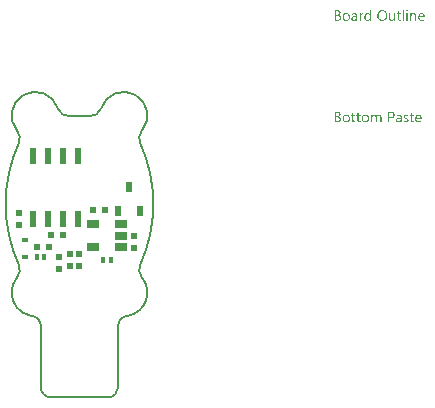
<source format=gbp>
G04*
G04 #@! TF.GenerationSoftware,Altium Limited,Altium Designer,21.9.2 (33)*
G04*
G04 Layer_Color=128*
%FSAX25Y25*%
%MOIN*%
G70*
G04*
G04 #@! TF.SameCoordinates,55729F2E-D9A4-4FFF-85C7-0234479D7BD1*
G04*
G04*
G04 #@! TF.FilePolarity,Positive*
G04*
G01*
G75*
%ADD11C,0.00787*%
%ADD35R,0.02362X0.03543*%
%ADD36R,0.01968X0.02165*%
%ADD37R,0.01181X0.02165*%
%ADD38R,0.02165X0.01968*%
%ADD40R,0.02362X0.05512*%
%ADD41R,0.02165X0.01968*%
%ADD42R,0.03937X0.02756*%
%ADD51R,0.02362X0.01575*%
G36*
X0109248Y0064744D02*
X0109273D01*
X0109329Y0064719D01*
X0109360Y0064701D01*
X0109391Y0064676D01*
X0109397Y0064670D01*
X0109403Y0064663D01*
X0109434Y0064626D01*
X0109459Y0064564D01*
X0109465Y0064527D01*
X0109471Y0064490D01*
Y0064484D01*
Y0064472D01*
X0109465Y0064453D01*
X0109459Y0064428D01*
X0109440Y0064366D01*
X0109416Y0064335D01*
X0109391Y0064304D01*
X0109385D01*
X0109378Y0064292D01*
X0109341Y0064267D01*
X0109286Y0064242D01*
X0109248Y0064236D01*
X0109211Y0064230D01*
X0109193D01*
X0109174Y0064236D01*
X0109149D01*
X0109088Y0064261D01*
X0109057Y0064273D01*
X0109026Y0064298D01*
Y0064304D01*
X0109013Y0064310D01*
X0109001Y0064329D01*
X0108988Y0064348D01*
X0108964Y0064410D01*
X0108958Y0064447D01*
X0108951Y0064490D01*
Y0064496D01*
Y0064509D01*
X0108958Y0064527D01*
X0108964Y0064558D01*
X0108982Y0064614D01*
X0109001Y0064645D01*
X0109026Y0064676D01*
X0109032Y0064682D01*
X0109038Y0064688D01*
X0109075Y0064713D01*
X0109137Y0064738D01*
X0109174Y0064750D01*
X0109230D01*
X0109248Y0064744D01*
D02*
G37*
G36*
X0097258Y0061079D02*
X0096856D01*
Y0061500D01*
X0096844D01*
Y0061494D01*
X0096831Y0061482D01*
X0096813Y0061457D01*
X0096794Y0061426D01*
X0096763Y0061389D01*
X0096726Y0061352D01*
X0096683Y0061308D01*
X0096633Y0061265D01*
X0096578Y0061216D01*
X0096509Y0061172D01*
X0096441Y0061135D01*
X0096361Y0061098D01*
X0096280Y0061067D01*
X0096188Y0061042D01*
X0096088Y0061030D01*
X0095983Y0061024D01*
X0095940D01*
X0095903Y0061030D01*
X0095866Y0061036D01*
X0095816Y0061042D01*
X0095711Y0061067D01*
X0095587Y0061104D01*
X0095463Y0061166D01*
X0095395Y0061203D01*
X0095340Y0061247D01*
X0095278Y0061302D01*
X0095222Y0061358D01*
Y0061364D01*
X0095209Y0061377D01*
X0095197Y0061395D01*
X0095179Y0061420D01*
X0095160Y0061451D01*
X0095135Y0061494D01*
X0095110Y0061544D01*
X0095086Y0061599D01*
X0095055Y0061661D01*
X0095030Y0061729D01*
X0095005Y0061804D01*
X0094987Y0061884D01*
X0094968Y0061971D01*
X0094956Y0062070D01*
X0094950Y0062169D01*
X0094943Y0062274D01*
Y0062280D01*
Y0062299D01*
Y0062336D01*
X0094950Y0062379D01*
X0094956Y0062429D01*
X0094962Y0062491D01*
X0094968Y0062559D01*
X0094981Y0062633D01*
X0095018Y0062794D01*
X0095073Y0062961D01*
X0095110Y0063042D01*
X0095154Y0063122D01*
X0095197Y0063196D01*
X0095253Y0063271D01*
X0095259Y0063277D01*
X0095265Y0063289D01*
X0095284Y0063308D01*
X0095309Y0063332D01*
X0095340Y0063357D01*
X0095383Y0063388D01*
X0095426Y0063425D01*
X0095476Y0063463D01*
X0095600Y0063531D01*
X0095742Y0063592D01*
X0095822Y0063611D01*
X0095909Y0063630D01*
X0095996Y0063642D01*
X0096095Y0063648D01*
X0096144D01*
X0096181Y0063642D01*
X0096219Y0063636D01*
X0096268Y0063630D01*
X0096379Y0063599D01*
X0096503Y0063549D01*
X0096565Y0063518D01*
X0096627Y0063475D01*
X0096689Y0063432D01*
X0096745Y0063376D01*
X0096794Y0063314D01*
X0096844Y0063240D01*
X0096856D01*
Y0064799D01*
X0097258D01*
Y0061079D01*
D02*
G37*
G36*
X0111526Y0063642D02*
X0111601Y0063636D01*
X0111694Y0063617D01*
X0111793Y0063586D01*
X0111898Y0063537D01*
X0112003Y0063469D01*
X0112046Y0063432D01*
X0112090Y0063382D01*
X0112102Y0063370D01*
X0112127Y0063332D01*
X0112158Y0063271D01*
X0112201Y0063184D01*
X0112238Y0063079D01*
X0112275Y0062949D01*
X0112300Y0062794D01*
X0112306Y0062615D01*
Y0061079D01*
X0111904D01*
Y0062509D01*
Y0062515D01*
Y0062546D01*
X0111898Y0062584D01*
Y0062633D01*
X0111885Y0062695D01*
X0111873Y0062763D01*
X0111854Y0062837D01*
X0111830Y0062912D01*
X0111799Y0062986D01*
X0111762Y0063054D01*
X0111712Y0063122D01*
X0111656Y0063184D01*
X0111594Y0063234D01*
X0111514Y0063271D01*
X0111427Y0063302D01*
X0111322Y0063308D01*
X0111310D01*
X0111273Y0063302D01*
X0111217Y0063295D01*
X0111149Y0063277D01*
X0111068Y0063252D01*
X0110982Y0063209D01*
X0110901Y0063153D01*
X0110821Y0063079D01*
X0110814Y0063066D01*
X0110790Y0063042D01*
X0110759Y0062992D01*
X0110722Y0062924D01*
X0110685Y0062844D01*
X0110654Y0062744D01*
X0110629Y0062633D01*
X0110623Y0062509D01*
Y0061079D01*
X0110220D01*
Y0063592D01*
X0110623D01*
Y0063172D01*
X0110635D01*
X0110641Y0063178D01*
X0110647Y0063190D01*
X0110666Y0063215D01*
X0110691Y0063246D01*
X0110715Y0063283D01*
X0110753Y0063320D01*
X0110796Y0063363D01*
X0110845Y0063413D01*
X0110901Y0063456D01*
X0110963Y0063500D01*
X0111031Y0063537D01*
X0111106Y0063574D01*
X0111180Y0063605D01*
X0111266Y0063630D01*
X0111359Y0063642D01*
X0111458Y0063648D01*
X0111495D01*
X0111526Y0063642D01*
D02*
G37*
G36*
X0094529Y0063630D02*
X0094603Y0063623D01*
X0094646Y0063611D01*
X0094677Y0063599D01*
Y0063184D01*
X0094671Y0063190D01*
X0094659Y0063196D01*
X0094634Y0063209D01*
X0094603Y0063227D01*
X0094560Y0063240D01*
X0094504Y0063252D01*
X0094442Y0063258D01*
X0094374Y0063264D01*
X0094362D01*
X0094331Y0063258D01*
X0094281Y0063252D01*
X0094225Y0063234D01*
X0094151Y0063203D01*
X0094083Y0063159D01*
X0094009Y0063097D01*
X0093941Y0063017D01*
X0093934Y0063004D01*
X0093916Y0062973D01*
X0093885Y0062918D01*
X0093854Y0062844D01*
X0093823Y0062751D01*
X0093792Y0062633D01*
X0093774Y0062503D01*
X0093767Y0062354D01*
Y0061079D01*
X0093365D01*
Y0063592D01*
X0093767D01*
Y0063073D01*
X0093780D01*
Y0063079D01*
X0093786Y0063085D01*
X0093798Y0063116D01*
X0093817Y0063165D01*
X0093848Y0063227D01*
X0093879Y0063289D01*
X0093928Y0063357D01*
X0093978Y0063425D01*
X0094040Y0063487D01*
X0094046Y0063493D01*
X0094071Y0063512D01*
X0094108Y0063537D01*
X0094157Y0063561D01*
X0094213Y0063586D01*
X0094281Y0063611D01*
X0094355Y0063630D01*
X0094436Y0063636D01*
X0094491D01*
X0094529Y0063630D01*
D02*
G37*
G36*
X0105268Y0061079D02*
X0104866D01*
Y0061475D01*
X0104854D01*
Y0061469D01*
X0104841Y0061457D01*
X0104829Y0061432D01*
X0104804Y0061407D01*
X0104748Y0061333D01*
X0104662Y0061253D01*
X0104612Y0061209D01*
X0104556Y0061166D01*
X0104495Y0061129D01*
X0104420Y0061092D01*
X0104346Y0061067D01*
X0104265Y0061042D01*
X0104173Y0061030D01*
X0104080Y0061024D01*
X0104043D01*
X0103999Y0061030D01*
X0103937Y0061042D01*
X0103869Y0061055D01*
X0103795Y0061079D01*
X0103715Y0061110D01*
X0103634Y0061160D01*
X0103548Y0061216D01*
X0103467Y0061284D01*
X0103393Y0061370D01*
X0103325Y0061475D01*
X0103263Y0061593D01*
X0103219Y0061735D01*
X0103195Y0061903D01*
X0103182Y0061989D01*
Y0062088D01*
Y0063592D01*
X0103578D01*
Y0062150D01*
Y0062144D01*
Y0062119D01*
X0103585Y0062076D01*
X0103591Y0062026D01*
X0103597Y0061964D01*
X0103609Y0061903D01*
X0103628Y0061828D01*
X0103653Y0061754D01*
X0103690Y0061680D01*
X0103727Y0061612D01*
X0103777Y0061544D01*
X0103838Y0061482D01*
X0103907Y0061432D01*
X0103987Y0061395D01*
X0104086Y0061364D01*
X0104191Y0061358D01*
X0104204D01*
X0104241Y0061364D01*
X0104297Y0061370D01*
X0104358Y0061383D01*
X0104439Y0061414D01*
X0104519Y0061451D01*
X0104600Y0061500D01*
X0104674Y0061575D01*
X0104680Y0061587D01*
X0104705Y0061612D01*
X0104736Y0061661D01*
X0104773Y0061729D01*
X0104804Y0061810D01*
X0104835Y0061909D01*
X0104860Y0062020D01*
X0104866Y0062144D01*
Y0063592D01*
X0105268D01*
Y0061079D01*
D02*
G37*
G36*
X0109403D02*
X0109001D01*
Y0063592D01*
X0109403D01*
Y0061079D01*
D02*
G37*
G36*
X0108184D02*
X0107781D01*
Y0064799D01*
X0108184D01*
Y0061079D01*
D02*
G37*
G36*
X0091805Y0063642D02*
X0091861Y0063636D01*
X0091929Y0063617D01*
X0092003Y0063599D01*
X0092084Y0063568D01*
X0092170Y0063531D01*
X0092251Y0063481D01*
X0092331Y0063419D01*
X0092405Y0063345D01*
X0092474Y0063252D01*
X0092529Y0063147D01*
X0092573Y0063023D01*
X0092597Y0062881D01*
X0092610Y0062713D01*
Y0061079D01*
X0092207D01*
Y0061469D01*
X0092195D01*
Y0061463D01*
X0092183Y0061451D01*
X0092170Y0061426D01*
X0092146Y0061401D01*
X0092084Y0061327D01*
X0092003Y0061247D01*
X0091892Y0061166D01*
X0091762Y0061092D01*
X0091681Y0061067D01*
X0091601Y0061042D01*
X0091514Y0061030D01*
X0091421Y0061024D01*
X0091384D01*
X0091359Y0061030D01*
X0091291Y0061036D01*
X0091211Y0061048D01*
X0091112Y0061073D01*
X0091019Y0061104D01*
X0090920Y0061154D01*
X0090833Y0061216D01*
X0090827Y0061228D01*
X0090802Y0061253D01*
X0090765Y0061296D01*
X0090728Y0061358D01*
X0090691Y0061432D01*
X0090654Y0061519D01*
X0090629Y0061624D01*
X0090623Y0061742D01*
Y0061748D01*
Y0061773D01*
X0090629Y0061810D01*
X0090635Y0061853D01*
X0090648Y0061909D01*
X0090666Y0061971D01*
X0090691Y0062039D01*
X0090728Y0062107D01*
X0090771Y0062181D01*
X0090827Y0062255D01*
X0090895Y0062323D01*
X0090976Y0062385D01*
X0091068Y0062447D01*
X0091180Y0062497D01*
X0091304Y0062534D01*
X0091452Y0062565D01*
X0092207Y0062670D01*
Y0062676D01*
Y0062695D01*
X0092201Y0062732D01*
Y0062769D01*
X0092189Y0062819D01*
X0092183Y0062875D01*
X0092146Y0062992D01*
X0092115Y0063048D01*
X0092084Y0063103D01*
X0092040Y0063159D01*
X0091991Y0063209D01*
X0091929Y0063252D01*
X0091861Y0063283D01*
X0091780Y0063302D01*
X0091687Y0063308D01*
X0091644D01*
X0091613Y0063302D01*
X0091570D01*
X0091527Y0063289D01*
X0091415Y0063271D01*
X0091291Y0063234D01*
X0091155Y0063178D01*
X0091081Y0063141D01*
X0091013Y0063103D01*
X0090938Y0063054D01*
X0090870Y0062998D01*
Y0063413D01*
X0090877D01*
X0090889Y0063425D01*
X0090908Y0063438D01*
X0090938Y0063450D01*
X0090969Y0063469D01*
X0091013Y0063487D01*
X0091062Y0063506D01*
X0091118Y0063531D01*
X0091242Y0063574D01*
X0091390Y0063611D01*
X0091551Y0063636D01*
X0091725Y0063648D01*
X0091762D01*
X0091805Y0063642D01*
D02*
G37*
G36*
X0086116Y0064589D02*
X0086160D01*
X0086203Y0064583D01*
X0086302Y0064570D01*
X0086420Y0064540D01*
X0086544Y0064502D01*
X0086661Y0064447D01*
X0086766Y0064372D01*
X0086773D01*
X0086779Y0064360D01*
X0086810Y0064335D01*
X0086853Y0064286D01*
X0086903Y0064218D01*
X0086946Y0064131D01*
X0086989Y0064032D01*
X0087020Y0063921D01*
X0087033Y0063859D01*
Y0063791D01*
Y0063784D01*
Y0063778D01*
Y0063741D01*
X0087026Y0063685D01*
X0087014Y0063617D01*
X0086995Y0063531D01*
X0086964Y0063444D01*
X0086927Y0063357D01*
X0086872Y0063271D01*
X0086865Y0063258D01*
X0086841Y0063234D01*
X0086804Y0063196D01*
X0086754Y0063147D01*
X0086692Y0063097D01*
X0086618Y0063042D01*
X0086525Y0062998D01*
X0086426Y0062955D01*
Y0062949D01*
X0086444D01*
X0086463Y0062942D01*
X0086482Y0062936D01*
X0086550Y0062924D01*
X0086630Y0062899D01*
X0086717Y0062862D01*
X0086810Y0062819D01*
X0086903Y0062757D01*
X0086989Y0062676D01*
X0087002Y0062664D01*
X0087026Y0062633D01*
X0087057Y0062590D01*
X0087101Y0062522D01*
X0087138Y0062435D01*
X0087175Y0062336D01*
X0087200Y0062218D01*
X0087206Y0062088D01*
Y0062082D01*
Y0062070D01*
Y0062045D01*
X0087200Y0062014D01*
X0087194Y0061977D01*
X0087187Y0061934D01*
X0087163Y0061828D01*
X0087125Y0061711D01*
X0087070Y0061587D01*
X0087033Y0061531D01*
X0086989Y0061469D01*
X0086933Y0061414D01*
X0086878Y0061358D01*
X0086872D01*
X0086865Y0061345D01*
X0086847Y0061333D01*
X0086822Y0061315D01*
X0086791Y0061296D01*
X0086748Y0061271D01*
X0086655Y0061222D01*
X0086537Y0061166D01*
X0086401Y0061123D01*
X0086240Y0061092D01*
X0086160Y0061085D01*
X0086067Y0061079D01*
X0085039D01*
Y0064595D01*
X0086085D01*
X0086116Y0064589D01*
D02*
G37*
G36*
X0106612Y0063592D02*
X0107249D01*
Y0063246D01*
X0106612D01*
Y0061828D01*
Y0061816D01*
Y0061785D01*
X0106618Y0061742D01*
X0106624Y0061686D01*
X0106649Y0061568D01*
X0106667Y0061513D01*
X0106698Y0061469D01*
X0106704Y0061463D01*
X0106717Y0061451D01*
X0106735Y0061438D01*
X0106766Y0061420D01*
X0106803Y0061395D01*
X0106853Y0061383D01*
X0106915Y0061370D01*
X0106983Y0061364D01*
X0107008D01*
X0107039Y0061370D01*
X0107076Y0061377D01*
X0107162Y0061401D01*
X0107206Y0061420D01*
X0107249Y0061445D01*
Y0061098D01*
X0107243D01*
X0107224Y0061085D01*
X0107193Y0061079D01*
X0107150Y0061067D01*
X0107094Y0061055D01*
X0107032Y0061042D01*
X0106958Y0061036D01*
X0106871Y0061030D01*
X0106841D01*
X0106810Y0061036D01*
X0106766Y0061042D01*
X0106717Y0061055D01*
X0106661Y0061067D01*
X0106605Y0061092D01*
X0106543Y0061123D01*
X0106482Y0061160D01*
X0106420Y0061209D01*
X0106364Y0061265D01*
X0106314Y0061339D01*
X0106271Y0061420D01*
X0106240Y0061519D01*
X0106215Y0061630D01*
X0106209Y0061760D01*
Y0063246D01*
X0105782D01*
Y0063592D01*
X0106209D01*
Y0064205D01*
X0106612Y0064335D01*
Y0063592D01*
D02*
G37*
G36*
X0114139Y0063642D02*
X0114182Y0063636D01*
X0114225Y0063630D01*
X0114337Y0063611D01*
X0114460Y0063568D01*
X0114584Y0063512D01*
X0114646Y0063475D01*
X0114708Y0063432D01*
X0114764Y0063382D01*
X0114820Y0063326D01*
X0114826Y0063320D01*
X0114832Y0063314D01*
X0114844Y0063295D01*
X0114863Y0063271D01*
X0114881Y0063234D01*
X0114906Y0063196D01*
X0114931Y0063153D01*
X0114956Y0063097D01*
X0114980Y0063035D01*
X0115005Y0062973D01*
X0115030Y0062899D01*
X0115049Y0062819D01*
X0115067Y0062732D01*
X0115079Y0062645D01*
X0115092Y0062546D01*
Y0062441D01*
Y0062231D01*
X0113315D01*
Y0062225D01*
Y0062212D01*
Y0062194D01*
X0113321Y0062163D01*
X0113328Y0062125D01*
Y0062088D01*
X0113346Y0061989D01*
X0113377Y0061890D01*
X0113414Y0061779D01*
X0113470Y0061674D01*
X0113538Y0061581D01*
X0113550Y0061568D01*
X0113575Y0061544D01*
X0113625Y0061513D01*
X0113693Y0061469D01*
X0113779Y0061426D01*
X0113879Y0061395D01*
X0113996Y0061370D01*
X0114132Y0061358D01*
X0114176D01*
X0114207Y0061364D01*
X0114244D01*
X0114287Y0061370D01*
X0114392Y0061395D01*
X0114510Y0061426D01*
X0114640Y0061475D01*
X0114776Y0061544D01*
X0114844Y0061587D01*
X0114912Y0061637D01*
Y0061259D01*
X0114906D01*
X0114900Y0061247D01*
X0114881Y0061240D01*
X0114850Y0061222D01*
X0114820Y0061203D01*
X0114782Y0061185D01*
X0114733Y0061166D01*
X0114683Y0061141D01*
X0114621Y0061116D01*
X0114553Y0061098D01*
X0114405Y0061061D01*
X0114231Y0061036D01*
X0114040Y0061024D01*
X0113990D01*
X0113953Y0061030D01*
X0113909Y0061036D01*
X0113854Y0061042D01*
X0113736Y0061067D01*
X0113600Y0061104D01*
X0113464Y0061166D01*
X0113396Y0061209D01*
X0113328Y0061253D01*
X0113266Y0061302D01*
X0113204Y0061364D01*
X0113198Y0061370D01*
X0113191Y0061383D01*
X0113179Y0061401D01*
X0113154Y0061426D01*
X0113136Y0061463D01*
X0113111Y0061506D01*
X0113080Y0061556D01*
X0113055Y0061612D01*
X0113024Y0061674D01*
X0113000Y0061748D01*
X0112969Y0061828D01*
X0112950Y0061915D01*
X0112932Y0062008D01*
X0112913Y0062107D01*
X0112907Y0062212D01*
X0112901Y0062323D01*
Y0062330D01*
Y0062348D01*
Y0062379D01*
X0112907Y0062423D01*
X0112913Y0062472D01*
X0112919Y0062528D01*
X0112925Y0062596D01*
X0112944Y0062664D01*
X0112981Y0062813D01*
X0113037Y0062973D01*
X0113074Y0063054D01*
X0113123Y0063128D01*
X0113173Y0063209D01*
X0113229Y0063277D01*
X0113235Y0063283D01*
X0113247Y0063295D01*
X0113266Y0063314D01*
X0113291Y0063332D01*
X0113321Y0063363D01*
X0113359Y0063394D01*
X0113408Y0063425D01*
X0113458Y0063463D01*
X0113575Y0063531D01*
X0113718Y0063592D01*
X0113798Y0063611D01*
X0113879Y0063630D01*
X0113965Y0063642D01*
X0114058Y0063648D01*
X0114108D01*
X0114139Y0063642D01*
D02*
G37*
G36*
X0101096Y0064651D02*
X0101158Y0064645D01*
X0101232Y0064632D01*
X0101313Y0064614D01*
X0101400Y0064595D01*
X0101486Y0064570D01*
X0101585Y0064540D01*
X0101678Y0064496D01*
X0101777Y0064447D01*
X0101876Y0064391D01*
X0101969Y0064323D01*
X0102062Y0064249D01*
X0102148Y0064162D01*
X0102155Y0064156D01*
X0102167Y0064137D01*
X0102192Y0064113D01*
X0102217Y0064075D01*
X0102254Y0064026D01*
X0102291Y0063964D01*
X0102328Y0063896D01*
X0102371Y0063822D01*
X0102415Y0063729D01*
X0102452Y0063636D01*
X0102489Y0063531D01*
X0102526Y0063413D01*
X0102551Y0063295D01*
X0102576Y0063165D01*
X0102588Y0063023D01*
X0102594Y0062881D01*
Y0062868D01*
Y0062844D01*
Y0062800D01*
X0102588Y0062738D01*
X0102582Y0062664D01*
X0102569Y0062584D01*
X0102557Y0062491D01*
X0102539Y0062385D01*
X0102514Y0062280D01*
X0102483Y0062169D01*
X0102446Y0062057D01*
X0102402Y0061946D01*
X0102347Y0061828D01*
X0102285Y0061723D01*
X0102217Y0061618D01*
X0102136Y0061519D01*
X0102130Y0061513D01*
X0102118Y0061500D01*
X0102087Y0061475D01*
X0102056Y0061445D01*
X0102006Y0061401D01*
X0101951Y0061364D01*
X0101889Y0061315D01*
X0101814Y0061271D01*
X0101734Y0061228D01*
X0101641Y0061178D01*
X0101542Y0061141D01*
X0101430Y0061104D01*
X0101313Y0061067D01*
X0101189Y0061042D01*
X0101059Y0061030D01*
X0100917Y0061024D01*
X0100886D01*
X0100842Y0061030D01*
X0100793D01*
X0100731Y0061036D01*
X0100657Y0061048D01*
X0100576Y0061067D01*
X0100483Y0061085D01*
X0100391Y0061110D01*
X0100292Y0061141D01*
X0100192Y0061185D01*
X0100093Y0061228D01*
X0099994Y0061284D01*
X0099895Y0061352D01*
X0099803Y0061426D01*
X0099716Y0061513D01*
X0099710Y0061519D01*
X0099697Y0061537D01*
X0099673Y0061562D01*
X0099648Y0061599D01*
X0099611Y0061649D01*
X0099573Y0061711D01*
X0099536Y0061779D01*
X0099493Y0061859D01*
X0099450Y0061946D01*
X0099413Y0062039D01*
X0099375Y0062144D01*
X0099338Y0062262D01*
X0099313Y0062379D01*
X0099289Y0062509D01*
X0099276Y0062652D01*
X0099270Y0062794D01*
Y0062806D01*
Y0062831D01*
X0099276Y0062875D01*
Y0062936D01*
X0099283Y0063004D01*
X0099295Y0063091D01*
X0099307Y0063184D01*
X0099326Y0063283D01*
X0099351Y0063388D01*
X0099382Y0063500D01*
X0099419Y0063611D01*
X0099462Y0063722D01*
X0099518Y0063834D01*
X0099580Y0063945D01*
X0099648Y0064051D01*
X0099728Y0064150D01*
X0099734Y0064156D01*
X0099747Y0064174D01*
X0099778Y0064199D01*
X0099815Y0064230D01*
X0099858Y0064267D01*
X0099914Y0064310D01*
X0099982Y0064354D01*
X0100056Y0064403D01*
X0100143Y0064453D01*
X0100236Y0064496D01*
X0100335Y0064540D01*
X0100446Y0064577D01*
X0100570Y0064608D01*
X0100700Y0064639D01*
X0100836Y0064651D01*
X0100979Y0064657D01*
X0101047D01*
X0101096Y0064651D01*
D02*
G37*
G36*
X0089069Y0063642D02*
X0089112Y0063636D01*
X0089168Y0063630D01*
X0089292Y0063605D01*
X0089434Y0063561D01*
X0089577Y0063500D01*
X0089651Y0063463D01*
X0089719Y0063419D01*
X0089787Y0063363D01*
X0089849Y0063302D01*
X0089855Y0063295D01*
X0089861Y0063283D01*
X0089880Y0063264D01*
X0089899Y0063240D01*
X0089923Y0063203D01*
X0089948Y0063159D01*
X0089979Y0063110D01*
X0090010Y0063054D01*
X0090035Y0062986D01*
X0090066Y0062918D01*
X0090090Y0062837D01*
X0090115Y0062751D01*
X0090134Y0062658D01*
X0090152Y0062559D01*
X0090158Y0062454D01*
X0090165Y0062342D01*
Y0062336D01*
Y0062317D01*
Y0062286D01*
X0090158Y0062243D01*
X0090152Y0062194D01*
X0090146Y0062132D01*
X0090134Y0062070D01*
X0090121Y0061996D01*
X0090084Y0061847D01*
X0090022Y0061686D01*
X0089985Y0061606D01*
X0089936Y0061525D01*
X0089886Y0061451D01*
X0089824Y0061383D01*
X0089818Y0061377D01*
X0089806Y0061370D01*
X0089787Y0061352D01*
X0089762Y0061327D01*
X0089725Y0061302D01*
X0089688Y0061271D01*
X0089639Y0061234D01*
X0089583Y0061203D01*
X0089521Y0061172D01*
X0089453Y0061135D01*
X0089379Y0061104D01*
X0089298Y0061079D01*
X0089211Y0061055D01*
X0089119Y0061042D01*
X0089020Y0061030D01*
X0088914Y0061024D01*
X0088859D01*
X0088822Y0061030D01*
X0088778Y0061036D01*
X0088722Y0061042D01*
X0088661Y0061055D01*
X0088592Y0061067D01*
X0088450Y0061110D01*
X0088301Y0061172D01*
X0088227Y0061209D01*
X0088159Y0061259D01*
X0088091Y0061308D01*
X0088023Y0061370D01*
X0088017Y0061377D01*
X0088011Y0061389D01*
X0087992Y0061407D01*
X0087973Y0061432D01*
X0087949Y0061469D01*
X0087918Y0061513D01*
X0087887Y0061562D01*
X0087862Y0061618D01*
X0087831Y0061686D01*
X0087800Y0061754D01*
X0087769Y0061828D01*
X0087744Y0061915D01*
X0087707Y0062101D01*
X0087701Y0062200D01*
X0087695Y0062305D01*
Y0062311D01*
Y0062336D01*
Y0062367D01*
X0087701Y0062410D01*
X0087707Y0062460D01*
X0087713Y0062522D01*
X0087726Y0062590D01*
X0087738Y0062664D01*
X0087775Y0062825D01*
X0087837Y0062986D01*
X0087881Y0063066D01*
X0087924Y0063147D01*
X0087973Y0063221D01*
X0088035Y0063289D01*
X0088042Y0063295D01*
X0088054Y0063308D01*
X0088073Y0063320D01*
X0088097Y0063345D01*
X0088134Y0063370D01*
X0088178Y0063401D01*
X0088227Y0063438D01*
X0088283Y0063469D01*
X0088345Y0063500D01*
X0088419Y0063537D01*
X0088493Y0063568D01*
X0088580Y0063592D01*
X0088667Y0063617D01*
X0088766Y0063636D01*
X0088871Y0063642D01*
X0088976Y0063648D01*
X0089032D01*
X0089069Y0063642D01*
D02*
G37*
G36*
X0109168Y0029784D02*
X0109248Y0029778D01*
X0109335Y0029765D01*
X0109434Y0029740D01*
X0109533Y0029716D01*
X0109632Y0029678D01*
Y0029270D01*
X0109620Y0029276D01*
X0109583Y0029301D01*
X0109527Y0029326D01*
X0109453Y0029363D01*
X0109360Y0029394D01*
X0109248Y0029425D01*
X0109125Y0029443D01*
X0108995Y0029449D01*
X0108927D01*
X0108865Y0029437D01*
X0108790Y0029425D01*
X0108784D01*
X0108778Y0029419D01*
X0108741Y0029406D01*
X0108691Y0029381D01*
X0108636Y0029350D01*
X0108623Y0029344D01*
X0108598Y0029320D01*
X0108568Y0029282D01*
X0108537Y0029239D01*
X0108530Y0029227D01*
X0108518Y0029196D01*
X0108506Y0029152D01*
X0108500Y0029097D01*
Y0029090D01*
Y0029078D01*
Y0029059D01*
X0108506Y0029041D01*
X0108518Y0028985D01*
X0108537Y0028929D01*
X0108543Y0028917D01*
X0108561Y0028892D01*
X0108598Y0028855D01*
X0108642Y0028812D01*
X0108648D01*
X0108654Y0028806D01*
X0108691Y0028781D01*
X0108741Y0028750D01*
X0108809Y0028719D01*
X0108815D01*
X0108827Y0028713D01*
X0108846Y0028707D01*
X0108877Y0028694D01*
X0108945Y0028670D01*
X0109032Y0028632D01*
X0109038D01*
X0109063Y0028620D01*
X0109094Y0028608D01*
X0109131Y0028595D01*
X0109230Y0028552D01*
X0109329Y0028502D01*
X0109335D01*
X0109354Y0028490D01*
X0109378Y0028478D01*
X0109409Y0028459D01*
X0109484Y0028410D01*
X0109558Y0028348D01*
X0109564Y0028341D01*
X0109576Y0028335D01*
X0109589Y0028317D01*
X0109614Y0028292D01*
X0109657Y0028230D01*
X0109700Y0028150D01*
Y0028143D01*
X0109706Y0028131D01*
X0109719Y0028106D01*
X0109725Y0028075D01*
X0109738Y0028038D01*
X0109744Y0027995D01*
X0109750Y0027890D01*
Y0027883D01*
Y0027859D01*
X0109744Y0027821D01*
X0109738Y0027778D01*
X0109731Y0027729D01*
X0109713Y0027673D01*
X0109694Y0027623D01*
X0109663Y0027568D01*
X0109657Y0027562D01*
X0109651Y0027543D01*
X0109632Y0027518D01*
X0109608Y0027487D01*
X0109576Y0027450D01*
X0109539Y0027413D01*
X0109447Y0027339D01*
X0109440Y0027332D01*
X0109422Y0027326D01*
X0109397Y0027308D01*
X0109354Y0027289D01*
X0109310Y0027264D01*
X0109255Y0027246D01*
X0109199Y0027227D01*
X0109131Y0027209D01*
X0109125D01*
X0109100Y0027202D01*
X0109063Y0027196D01*
X0109019Y0027190D01*
X0108958Y0027178D01*
X0108896Y0027172D01*
X0108753Y0027165D01*
X0108691D01*
X0108617Y0027172D01*
X0108524Y0027184D01*
X0108419Y0027202D01*
X0108308Y0027227D01*
X0108196Y0027258D01*
X0108085Y0027308D01*
Y0027741D01*
X0108091D01*
X0108097Y0027729D01*
X0108116Y0027716D01*
X0108141Y0027704D01*
X0108209Y0027667D01*
X0108301Y0027623D01*
X0108407Y0027574D01*
X0108530Y0027537D01*
X0108667Y0027512D01*
X0108809Y0027500D01*
X0108859D01*
X0108889Y0027506D01*
X0108976Y0027518D01*
X0109075Y0027543D01*
X0109168Y0027586D01*
X0109211Y0027617D01*
X0109255Y0027648D01*
X0109286Y0027692D01*
X0109310Y0027735D01*
X0109329Y0027791D01*
X0109335Y0027852D01*
Y0027859D01*
Y0027871D01*
Y0027890D01*
X0109329Y0027908D01*
X0109317Y0027964D01*
X0109292Y0028020D01*
Y0028026D01*
X0109286Y0028032D01*
X0109261Y0028063D01*
X0109224Y0028106D01*
X0109168Y0028143D01*
X0109162D01*
X0109156Y0028156D01*
X0109118Y0028174D01*
X0109063Y0028212D01*
X0108988Y0028242D01*
X0108982D01*
X0108970Y0028249D01*
X0108951Y0028261D01*
X0108920Y0028273D01*
X0108852Y0028298D01*
X0108766Y0028335D01*
X0108759D01*
X0108735Y0028348D01*
X0108704Y0028360D01*
X0108667Y0028372D01*
X0108568Y0028416D01*
X0108468Y0028465D01*
X0108462Y0028471D01*
X0108450Y0028478D01*
X0108425Y0028490D01*
X0108394Y0028509D01*
X0108326Y0028558D01*
X0108258Y0028614D01*
X0108252Y0028620D01*
X0108246Y0028626D01*
X0108227Y0028645D01*
X0108209Y0028670D01*
X0108165Y0028731D01*
X0108128Y0028806D01*
Y0028812D01*
X0108122Y0028824D01*
X0108116Y0028849D01*
X0108109Y0028880D01*
X0108103Y0028917D01*
X0108097Y0028960D01*
X0108091Y0029066D01*
Y0029072D01*
Y0029097D01*
X0108097Y0029128D01*
X0108103Y0029171D01*
X0108109Y0029220D01*
X0108128Y0029270D01*
X0108147Y0029326D01*
X0108171Y0029375D01*
X0108178Y0029381D01*
X0108184Y0029400D01*
X0108202Y0029425D01*
X0108227Y0029456D01*
X0108295Y0029530D01*
X0108382Y0029604D01*
X0108388Y0029610D01*
X0108407Y0029617D01*
X0108431Y0029635D01*
X0108475Y0029654D01*
X0108518Y0029678D01*
X0108568Y0029703D01*
X0108691Y0029740D01*
X0108698D01*
X0108722Y0029747D01*
X0108753Y0029759D01*
X0108803Y0029765D01*
X0108852Y0029778D01*
X0108914Y0029784D01*
X0109050Y0029790D01*
X0109106D01*
X0109168Y0029784D01*
D02*
G37*
G36*
X0099976D02*
X0100032Y0029771D01*
X0100093Y0029759D01*
X0100162Y0029734D01*
X0100242Y0029703D01*
X0100316Y0029660D01*
X0100397Y0029610D01*
X0100471Y0029542D01*
X0100539Y0029456D01*
X0100601Y0029357D01*
X0100657Y0029245D01*
X0100694Y0029103D01*
X0100725Y0028948D01*
X0100731Y0028769D01*
Y0027221D01*
X0100329D01*
Y0028663D01*
Y0028670D01*
Y0028682D01*
Y0028701D01*
Y0028731D01*
X0100322Y0028806D01*
X0100310Y0028892D01*
X0100298Y0028991D01*
X0100273Y0029090D01*
X0100242Y0029183D01*
X0100199Y0029264D01*
X0100192Y0029270D01*
X0100174Y0029295D01*
X0100143Y0029326D01*
X0100093Y0029357D01*
X0100038Y0029394D01*
X0099963Y0029419D01*
X0099871Y0029443D01*
X0099765Y0029449D01*
X0099753D01*
X0099722Y0029443D01*
X0099673Y0029437D01*
X0099611Y0029419D01*
X0099542Y0029394D01*
X0099468Y0029350D01*
X0099394Y0029295D01*
X0099326Y0029214D01*
X0099320Y0029202D01*
X0099301Y0029171D01*
X0099270Y0029121D01*
X0099239Y0029053D01*
X0099202Y0028973D01*
X0099177Y0028880D01*
X0099153Y0028769D01*
X0099146Y0028651D01*
Y0027221D01*
X0098744D01*
Y0028713D01*
Y0028719D01*
Y0028744D01*
X0098738Y0028781D01*
Y0028831D01*
X0098725Y0028886D01*
X0098713Y0028948D01*
X0098694Y0029010D01*
X0098676Y0029084D01*
X0098645Y0029152D01*
X0098608Y0029214D01*
X0098558Y0029276D01*
X0098503Y0029332D01*
X0098441Y0029381D01*
X0098360Y0029419D01*
X0098274Y0029443D01*
X0098175Y0029449D01*
X0098162D01*
X0098131Y0029443D01*
X0098082Y0029437D01*
X0098020Y0029425D01*
X0097952Y0029394D01*
X0097877Y0029357D01*
X0097803Y0029301D01*
X0097735Y0029227D01*
X0097729Y0029214D01*
X0097710Y0029190D01*
X0097679Y0029140D01*
X0097648Y0029072D01*
X0097617Y0028991D01*
X0097587Y0028892D01*
X0097568Y0028781D01*
X0097562Y0028651D01*
Y0027221D01*
X0097159D01*
Y0029734D01*
X0097562D01*
Y0029332D01*
X0097574D01*
X0097580Y0029338D01*
X0097587Y0029350D01*
X0097605Y0029375D01*
X0097624Y0029406D01*
X0097685Y0029474D01*
X0097772Y0029561D01*
X0097884Y0029648D01*
X0098014Y0029716D01*
X0098094Y0029747D01*
X0098175Y0029771D01*
X0098261Y0029784D01*
X0098354Y0029790D01*
X0098397D01*
X0098447Y0029784D01*
X0098509Y0029771D01*
X0098577Y0029753D01*
X0098651Y0029728D01*
X0098725Y0029697D01*
X0098800Y0029648D01*
X0098806Y0029641D01*
X0098831Y0029623D01*
X0098862Y0029592D01*
X0098905Y0029548D01*
X0098948Y0029493D01*
X0098992Y0029431D01*
X0099035Y0029357D01*
X0099066Y0029270D01*
X0099072Y0029276D01*
X0099078Y0029295D01*
X0099097Y0029320D01*
X0099115Y0029350D01*
X0099146Y0029394D01*
X0099183Y0029437D01*
X0099227Y0029480D01*
X0099276Y0029530D01*
X0099332Y0029579D01*
X0099394Y0029623D01*
X0099462Y0029672D01*
X0099536Y0029710D01*
X0099617Y0029740D01*
X0099704Y0029765D01*
X0099803Y0029784D01*
X0099902Y0029790D01*
X0099939D01*
X0099976Y0029784D01*
D02*
G37*
G36*
X0106673D02*
X0106729Y0029778D01*
X0106797Y0029759D01*
X0106871Y0029740D01*
X0106952Y0029710D01*
X0107039Y0029672D01*
X0107119Y0029623D01*
X0107200Y0029561D01*
X0107274Y0029487D01*
X0107342Y0029394D01*
X0107398Y0029289D01*
X0107441Y0029165D01*
X0107466Y0029022D01*
X0107478Y0028855D01*
Y0027221D01*
X0107076D01*
Y0027611D01*
X0107063D01*
Y0027605D01*
X0107051Y0027593D01*
X0107039Y0027568D01*
X0107014Y0027543D01*
X0106952Y0027469D01*
X0106871Y0027388D01*
X0106760Y0027308D01*
X0106630Y0027233D01*
X0106550Y0027209D01*
X0106469Y0027184D01*
X0106383Y0027172D01*
X0106290Y0027165D01*
X0106253D01*
X0106228Y0027172D01*
X0106160Y0027178D01*
X0106079Y0027190D01*
X0105980Y0027215D01*
X0105887Y0027246D01*
X0105788Y0027295D01*
X0105702Y0027357D01*
X0105695Y0027370D01*
X0105671Y0027394D01*
X0105633Y0027438D01*
X0105596Y0027500D01*
X0105559Y0027574D01*
X0105522Y0027661D01*
X0105497Y0027766D01*
X0105491Y0027883D01*
Y0027890D01*
Y0027914D01*
X0105497Y0027951D01*
X0105503Y0027995D01*
X0105516Y0028051D01*
X0105535Y0028112D01*
X0105559Y0028181D01*
X0105596Y0028249D01*
X0105640Y0028323D01*
X0105695Y0028397D01*
X0105763Y0028465D01*
X0105844Y0028527D01*
X0105937Y0028589D01*
X0106048Y0028639D01*
X0106172Y0028676D01*
X0106321Y0028707D01*
X0107076Y0028812D01*
Y0028818D01*
Y0028837D01*
X0107070Y0028874D01*
Y0028911D01*
X0107057Y0028960D01*
X0107051Y0029016D01*
X0107014Y0029134D01*
X0106983Y0029190D01*
X0106952Y0029245D01*
X0106909Y0029301D01*
X0106859Y0029350D01*
X0106797Y0029394D01*
X0106729Y0029425D01*
X0106649Y0029443D01*
X0106556Y0029449D01*
X0106512D01*
X0106482Y0029443D01*
X0106438D01*
X0106395Y0029431D01*
X0106283Y0029412D01*
X0106160Y0029375D01*
X0106024Y0029320D01*
X0105949Y0029282D01*
X0105881Y0029245D01*
X0105807Y0029196D01*
X0105739Y0029140D01*
Y0029555D01*
X0105745D01*
X0105757Y0029567D01*
X0105776Y0029579D01*
X0105807Y0029592D01*
X0105838Y0029610D01*
X0105881Y0029629D01*
X0105931Y0029648D01*
X0105986Y0029672D01*
X0106110Y0029716D01*
X0106259Y0029753D01*
X0106420Y0029778D01*
X0106593Y0029790D01*
X0106630D01*
X0106673Y0029784D01*
D02*
G37*
G36*
X0103975Y0030731D02*
X0104024D01*
X0104074Y0030725D01*
X0104204Y0030700D01*
X0104340Y0030669D01*
X0104488Y0030619D01*
X0104631Y0030551D01*
X0104693Y0030508D01*
X0104754Y0030458D01*
X0104761D01*
X0104767Y0030446D01*
X0104786Y0030428D01*
X0104804Y0030409D01*
X0104854Y0030347D01*
X0104915Y0030260D01*
X0104971Y0030149D01*
X0105021Y0030019D01*
X0105058Y0029864D01*
X0105064Y0029778D01*
X0105070Y0029685D01*
Y0029678D01*
Y0029660D01*
Y0029635D01*
X0105064Y0029604D01*
X0105058Y0029561D01*
X0105052Y0029511D01*
X0105027Y0029394D01*
X0104983Y0029264D01*
X0104922Y0029128D01*
X0104885Y0029059D01*
X0104841Y0028991D01*
X0104786Y0028923D01*
X0104724Y0028861D01*
X0104717Y0028855D01*
X0104705Y0028849D01*
X0104686Y0028831D01*
X0104662Y0028812D01*
X0104624Y0028787D01*
X0104581Y0028762D01*
X0104532Y0028731D01*
X0104476Y0028707D01*
X0104414Y0028676D01*
X0104346Y0028645D01*
X0104265Y0028620D01*
X0104185Y0028595D01*
X0103999Y0028558D01*
X0103900Y0028552D01*
X0103795Y0028546D01*
X0103331D01*
Y0027221D01*
X0102916D01*
Y0030737D01*
X0103937D01*
X0103975Y0030731D01*
D02*
G37*
G36*
X0086116D02*
X0086160D01*
X0086203Y0030725D01*
X0086302Y0030712D01*
X0086420Y0030681D01*
X0086544Y0030644D01*
X0086661Y0030588D01*
X0086766Y0030514D01*
X0086773D01*
X0086779Y0030502D01*
X0086810Y0030477D01*
X0086853Y0030428D01*
X0086903Y0030359D01*
X0086946Y0030273D01*
X0086989Y0030174D01*
X0087020Y0030062D01*
X0087033Y0030000D01*
Y0029932D01*
Y0029926D01*
Y0029920D01*
Y0029883D01*
X0087026Y0029827D01*
X0087014Y0029759D01*
X0086995Y0029672D01*
X0086964Y0029586D01*
X0086927Y0029499D01*
X0086872Y0029412D01*
X0086865Y0029400D01*
X0086841Y0029375D01*
X0086804Y0029338D01*
X0086754Y0029289D01*
X0086692Y0029239D01*
X0086618Y0029183D01*
X0086525Y0029140D01*
X0086426Y0029097D01*
Y0029090D01*
X0086444D01*
X0086463Y0029084D01*
X0086482Y0029078D01*
X0086550Y0029066D01*
X0086630Y0029041D01*
X0086717Y0029004D01*
X0086810Y0028960D01*
X0086903Y0028899D01*
X0086989Y0028818D01*
X0087002Y0028806D01*
X0087026Y0028775D01*
X0087057Y0028731D01*
X0087101Y0028663D01*
X0087138Y0028577D01*
X0087175Y0028478D01*
X0087200Y0028360D01*
X0087206Y0028230D01*
Y0028224D01*
Y0028212D01*
Y0028187D01*
X0087200Y0028156D01*
X0087194Y0028119D01*
X0087187Y0028075D01*
X0087163Y0027970D01*
X0087125Y0027852D01*
X0087070Y0027729D01*
X0087033Y0027673D01*
X0086989Y0027611D01*
X0086933Y0027555D01*
X0086878Y0027500D01*
X0086872D01*
X0086865Y0027487D01*
X0086847Y0027475D01*
X0086822Y0027456D01*
X0086791Y0027438D01*
X0086748Y0027413D01*
X0086655Y0027363D01*
X0086537Y0027308D01*
X0086401Y0027264D01*
X0086240Y0027233D01*
X0086160Y0027227D01*
X0086067Y0027221D01*
X0085039D01*
Y0030737D01*
X0086085D01*
X0086116Y0030731D01*
D02*
G37*
G36*
X0110901Y0029734D02*
X0111539D01*
Y0029388D01*
X0110901D01*
Y0027970D01*
Y0027958D01*
Y0027927D01*
X0110907Y0027883D01*
X0110914Y0027828D01*
X0110938Y0027710D01*
X0110957Y0027654D01*
X0110988Y0027611D01*
X0110994Y0027605D01*
X0111006Y0027593D01*
X0111025Y0027580D01*
X0111056Y0027562D01*
X0111093Y0027537D01*
X0111143Y0027524D01*
X0111205Y0027512D01*
X0111273Y0027506D01*
X0111297D01*
X0111328Y0027512D01*
X0111365Y0027518D01*
X0111452Y0027543D01*
X0111495Y0027562D01*
X0111539Y0027586D01*
Y0027240D01*
X0111533D01*
X0111514Y0027227D01*
X0111483Y0027221D01*
X0111440Y0027209D01*
X0111384Y0027196D01*
X0111322Y0027184D01*
X0111248Y0027178D01*
X0111161Y0027172D01*
X0111130D01*
X0111099Y0027178D01*
X0111056Y0027184D01*
X0111006Y0027196D01*
X0110951Y0027209D01*
X0110895Y0027233D01*
X0110833Y0027264D01*
X0110771Y0027301D01*
X0110709Y0027351D01*
X0110654Y0027407D01*
X0110604Y0027481D01*
X0110561Y0027562D01*
X0110530Y0027661D01*
X0110505Y0027772D01*
X0110499Y0027902D01*
Y0029388D01*
X0110072D01*
Y0029734D01*
X0110499D01*
Y0030347D01*
X0110901Y0030477D01*
Y0029734D01*
D02*
G37*
G36*
X0093043D02*
X0093681D01*
Y0029388D01*
X0093043D01*
Y0027970D01*
Y0027958D01*
Y0027927D01*
X0093049Y0027883D01*
X0093055Y0027828D01*
X0093080Y0027710D01*
X0093099Y0027654D01*
X0093130Y0027611D01*
X0093136Y0027605D01*
X0093148Y0027593D01*
X0093167Y0027580D01*
X0093198Y0027562D01*
X0093235Y0027537D01*
X0093284Y0027524D01*
X0093346Y0027512D01*
X0093414Y0027506D01*
X0093439D01*
X0093470Y0027512D01*
X0093507Y0027518D01*
X0093594Y0027543D01*
X0093637Y0027562D01*
X0093681Y0027586D01*
Y0027240D01*
X0093674D01*
X0093656Y0027227D01*
X0093625Y0027221D01*
X0093582Y0027209D01*
X0093526Y0027196D01*
X0093464Y0027184D01*
X0093390Y0027178D01*
X0093303Y0027172D01*
X0093272D01*
X0093241Y0027178D01*
X0093198Y0027184D01*
X0093148Y0027196D01*
X0093093Y0027209D01*
X0093037Y0027233D01*
X0092975Y0027264D01*
X0092913Y0027301D01*
X0092851Y0027351D01*
X0092795Y0027407D01*
X0092746Y0027481D01*
X0092703Y0027562D01*
X0092672Y0027661D01*
X0092647Y0027772D01*
X0092641Y0027902D01*
Y0029388D01*
X0092214D01*
Y0029734D01*
X0092641D01*
Y0030347D01*
X0093043Y0030477D01*
Y0029734D01*
D02*
G37*
G36*
X0091341D02*
X0091978D01*
Y0029388D01*
X0091341D01*
Y0027970D01*
Y0027958D01*
Y0027927D01*
X0091347Y0027883D01*
X0091353Y0027828D01*
X0091378Y0027710D01*
X0091396Y0027654D01*
X0091427Y0027611D01*
X0091434Y0027605D01*
X0091446Y0027593D01*
X0091465Y0027580D01*
X0091496Y0027562D01*
X0091533Y0027537D01*
X0091582Y0027524D01*
X0091644Y0027512D01*
X0091712Y0027506D01*
X0091737D01*
X0091768Y0027512D01*
X0091805Y0027518D01*
X0091892Y0027543D01*
X0091935Y0027562D01*
X0091978Y0027586D01*
Y0027240D01*
X0091972D01*
X0091954Y0027227D01*
X0091923Y0027221D01*
X0091879Y0027209D01*
X0091824Y0027196D01*
X0091762Y0027184D01*
X0091687Y0027178D01*
X0091601Y0027172D01*
X0091570D01*
X0091539Y0027178D01*
X0091496Y0027184D01*
X0091446Y0027196D01*
X0091390Y0027209D01*
X0091335Y0027233D01*
X0091273Y0027264D01*
X0091211Y0027301D01*
X0091149Y0027351D01*
X0091093Y0027407D01*
X0091044Y0027481D01*
X0091000Y0027562D01*
X0090969Y0027661D01*
X0090945Y0027772D01*
X0090938Y0027902D01*
Y0029388D01*
X0090511D01*
Y0029734D01*
X0090938D01*
Y0030347D01*
X0091341Y0030477D01*
Y0029734D01*
D02*
G37*
G36*
X0113142Y0029784D02*
X0113185Y0029778D01*
X0113229Y0029771D01*
X0113340Y0029753D01*
X0113464Y0029710D01*
X0113588Y0029654D01*
X0113649Y0029617D01*
X0113711Y0029573D01*
X0113767Y0029524D01*
X0113823Y0029468D01*
X0113829Y0029462D01*
X0113835Y0029456D01*
X0113848Y0029437D01*
X0113866Y0029412D01*
X0113885Y0029375D01*
X0113909Y0029338D01*
X0113934Y0029295D01*
X0113959Y0029239D01*
X0113984Y0029177D01*
X0114009Y0029115D01*
X0114033Y0029041D01*
X0114052Y0028960D01*
X0114070Y0028874D01*
X0114083Y0028787D01*
X0114095Y0028688D01*
Y0028583D01*
Y0028372D01*
X0112319D01*
Y0028366D01*
Y0028354D01*
Y0028335D01*
X0112325Y0028304D01*
X0112331Y0028267D01*
Y0028230D01*
X0112350Y0028131D01*
X0112381Y0028032D01*
X0112418Y0027920D01*
X0112473Y0027815D01*
X0112541Y0027722D01*
X0112554Y0027710D01*
X0112579Y0027685D01*
X0112628Y0027654D01*
X0112696Y0027611D01*
X0112783Y0027568D01*
X0112882Y0027537D01*
X0113000Y0027512D01*
X0113136Y0027500D01*
X0113179D01*
X0113210Y0027506D01*
X0113247D01*
X0113291Y0027512D01*
X0113396Y0027537D01*
X0113513Y0027568D01*
X0113643Y0027617D01*
X0113779Y0027685D01*
X0113848Y0027729D01*
X0113916Y0027778D01*
Y0027401D01*
X0113909D01*
X0113903Y0027388D01*
X0113885Y0027382D01*
X0113854Y0027363D01*
X0113823Y0027345D01*
X0113786Y0027326D01*
X0113736Y0027308D01*
X0113687Y0027283D01*
X0113625Y0027258D01*
X0113557Y0027240D01*
X0113408Y0027202D01*
X0113235Y0027178D01*
X0113043Y0027165D01*
X0112993D01*
X0112956Y0027172D01*
X0112913Y0027178D01*
X0112857Y0027184D01*
X0112740Y0027209D01*
X0112603Y0027246D01*
X0112467Y0027308D01*
X0112399Y0027351D01*
X0112331Y0027394D01*
X0112269Y0027444D01*
X0112207Y0027506D01*
X0112201Y0027512D01*
X0112195Y0027524D01*
X0112182Y0027543D01*
X0112158Y0027568D01*
X0112139Y0027605D01*
X0112114Y0027648D01*
X0112083Y0027698D01*
X0112059Y0027753D01*
X0112028Y0027815D01*
X0112003Y0027890D01*
X0111972Y0027970D01*
X0111953Y0028057D01*
X0111935Y0028150D01*
X0111916Y0028249D01*
X0111910Y0028354D01*
X0111904Y0028465D01*
Y0028471D01*
Y0028490D01*
Y0028521D01*
X0111910Y0028564D01*
X0111916Y0028614D01*
X0111923Y0028670D01*
X0111929Y0028738D01*
X0111947Y0028806D01*
X0111984Y0028954D01*
X0112040Y0029115D01*
X0112077Y0029196D01*
X0112127Y0029270D01*
X0112176Y0029350D01*
X0112232Y0029419D01*
X0112238Y0029425D01*
X0112251Y0029437D01*
X0112269Y0029456D01*
X0112294Y0029474D01*
X0112325Y0029505D01*
X0112362Y0029536D01*
X0112412Y0029567D01*
X0112461Y0029604D01*
X0112579Y0029672D01*
X0112721Y0029734D01*
X0112802Y0029753D01*
X0112882Y0029771D01*
X0112969Y0029784D01*
X0113061Y0029790D01*
X0113111D01*
X0113142Y0029784D01*
D02*
G37*
G36*
X0095420D02*
X0095463Y0029778D01*
X0095519Y0029771D01*
X0095643Y0029747D01*
X0095785Y0029703D01*
X0095928Y0029641D01*
X0096002Y0029604D01*
X0096070Y0029561D01*
X0096138Y0029505D01*
X0096200Y0029443D01*
X0096206Y0029437D01*
X0096212Y0029425D01*
X0096231Y0029406D01*
X0096250Y0029381D01*
X0096274Y0029344D01*
X0096299Y0029301D01*
X0096330Y0029251D01*
X0096361Y0029196D01*
X0096386Y0029128D01*
X0096417Y0029059D01*
X0096441Y0028979D01*
X0096466Y0028892D01*
X0096485Y0028800D01*
X0096503Y0028701D01*
X0096509Y0028595D01*
X0096516Y0028484D01*
Y0028478D01*
Y0028459D01*
Y0028428D01*
X0096509Y0028385D01*
X0096503Y0028335D01*
X0096497Y0028273D01*
X0096485Y0028212D01*
X0096472Y0028137D01*
X0096435Y0027989D01*
X0096373Y0027828D01*
X0096336Y0027747D01*
X0096287Y0027667D01*
X0096237Y0027593D01*
X0096175Y0027524D01*
X0096169Y0027518D01*
X0096157Y0027512D01*
X0096138Y0027493D01*
X0096113Y0027469D01*
X0096076Y0027444D01*
X0096039Y0027413D01*
X0095990Y0027376D01*
X0095934Y0027345D01*
X0095872Y0027314D01*
X0095804Y0027277D01*
X0095730Y0027246D01*
X0095649Y0027221D01*
X0095562Y0027196D01*
X0095469Y0027184D01*
X0095371Y0027172D01*
X0095265Y0027165D01*
X0095209D01*
X0095172Y0027172D01*
X0095129Y0027178D01*
X0095073Y0027184D01*
X0095012Y0027196D01*
X0094943Y0027209D01*
X0094801Y0027252D01*
X0094652Y0027314D01*
X0094578Y0027351D01*
X0094510Y0027401D01*
X0094442Y0027450D01*
X0094374Y0027512D01*
X0094368Y0027518D01*
X0094362Y0027531D01*
X0094343Y0027549D01*
X0094324Y0027574D01*
X0094300Y0027611D01*
X0094269Y0027654D01*
X0094238Y0027704D01*
X0094213Y0027760D01*
X0094182Y0027828D01*
X0094151Y0027896D01*
X0094120Y0027970D01*
X0094095Y0028057D01*
X0094058Y0028242D01*
X0094052Y0028341D01*
X0094046Y0028447D01*
Y0028453D01*
Y0028478D01*
Y0028509D01*
X0094052Y0028552D01*
X0094058Y0028601D01*
X0094064Y0028663D01*
X0094077Y0028731D01*
X0094089Y0028806D01*
X0094126Y0028967D01*
X0094188Y0029128D01*
X0094231Y0029208D01*
X0094275Y0029289D01*
X0094324Y0029363D01*
X0094386Y0029431D01*
X0094393Y0029437D01*
X0094405Y0029449D01*
X0094423Y0029462D01*
X0094448Y0029487D01*
X0094485Y0029511D01*
X0094529Y0029542D01*
X0094578Y0029579D01*
X0094634Y0029610D01*
X0094696Y0029641D01*
X0094770Y0029678D01*
X0094844Y0029710D01*
X0094931Y0029734D01*
X0095018Y0029759D01*
X0095117Y0029778D01*
X0095222Y0029784D01*
X0095327Y0029790D01*
X0095383D01*
X0095420Y0029784D01*
D02*
G37*
G36*
X0089069D02*
X0089112Y0029778D01*
X0089168Y0029771D01*
X0089292Y0029747D01*
X0089434Y0029703D01*
X0089577Y0029641D01*
X0089651Y0029604D01*
X0089719Y0029561D01*
X0089787Y0029505D01*
X0089849Y0029443D01*
X0089855Y0029437D01*
X0089861Y0029425D01*
X0089880Y0029406D01*
X0089899Y0029381D01*
X0089923Y0029344D01*
X0089948Y0029301D01*
X0089979Y0029251D01*
X0090010Y0029196D01*
X0090035Y0029128D01*
X0090066Y0029059D01*
X0090090Y0028979D01*
X0090115Y0028892D01*
X0090134Y0028800D01*
X0090152Y0028701D01*
X0090158Y0028595D01*
X0090165Y0028484D01*
Y0028478D01*
Y0028459D01*
Y0028428D01*
X0090158Y0028385D01*
X0090152Y0028335D01*
X0090146Y0028273D01*
X0090134Y0028212D01*
X0090121Y0028137D01*
X0090084Y0027989D01*
X0090022Y0027828D01*
X0089985Y0027747D01*
X0089936Y0027667D01*
X0089886Y0027593D01*
X0089824Y0027524D01*
X0089818Y0027518D01*
X0089806Y0027512D01*
X0089787Y0027493D01*
X0089762Y0027469D01*
X0089725Y0027444D01*
X0089688Y0027413D01*
X0089639Y0027376D01*
X0089583Y0027345D01*
X0089521Y0027314D01*
X0089453Y0027277D01*
X0089379Y0027246D01*
X0089298Y0027221D01*
X0089211Y0027196D01*
X0089119Y0027184D01*
X0089020Y0027172D01*
X0088914Y0027165D01*
X0088859D01*
X0088822Y0027172D01*
X0088778Y0027178D01*
X0088722Y0027184D01*
X0088661Y0027196D01*
X0088592Y0027209D01*
X0088450Y0027252D01*
X0088301Y0027314D01*
X0088227Y0027351D01*
X0088159Y0027401D01*
X0088091Y0027450D01*
X0088023Y0027512D01*
X0088017Y0027518D01*
X0088011Y0027531D01*
X0087992Y0027549D01*
X0087973Y0027574D01*
X0087949Y0027611D01*
X0087918Y0027654D01*
X0087887Y0027704D01*
X0087862Y0027760D01*
X0087831Y0027828D01*
X0087800Y0027896D01*
X0087769Y0027970D01*
X0087744Y0028057D01*
X0087707Y0028242D01*
X0087701Y0028341D01*
X0087695Y0028447D01*
Y0028453D01*
Y0028478D01*
Y0028509D01*
X0087701Y0028552D01*
X0087707Y0028601D01*
X0087713Y0028663D01*
X0087726Y0028731D01*
X0087738Y0028806D01*
X0087775Y0028967D01*
X0087837Y0029128D01*
X0087881Y0029208D01*
X0087924Y0029289D01*
X0087973Y0029363D01*
X0088035Y0029431D01*
X0088042Y0029437D01*
X0088054Y0029449D01*
X0088073Y0029462D01*
X0088097Y0029487D01*
X0088134Y0029511D01*
X0088178Y0029542D01*
X0088227Y0029579D01*
X0088283Y0029610D01*
X0088345Y0029641D01*
X0088419Y0029678D01*
X0088493Y0029710D01*
X0088580Y0029734D01*
X0088667Y0029759D01*
X0088766Y0029778D01*
X0088871Y0029784D01*
X0088976Y0029790D01*
X0089032D01*
X0089069Y0029784D01*
D02*
G37*
%LPC*%
G36*
X0096144Y0063308D02*
X0096107D01*
X0096082Y0063302D01*
X0096014Y0063295D01*
X0095934Y0063277D01*
X0095841Y0063240D01*
X0095742Y0063190D01*
X0095649Y0063128D01*
X0095606Y0063085D01*
X0095562Y0063035D01*
X0095556Y0063023D01*
X0095531Y0062986D01*
X0095494Y0062924D01*
X0095457Y0062844D01*
X0095420Y0062738D01*
X0095383Y0062608D01*
X0095358Y0062460D01*
X0095352Y0062293D01*
Y0062286D01*
Y0062274D01*
Y0062249D01*
X0095358Y0062218D01*
Y0062187D01*
X0095364Y0062144D01*
X0095377Y0062045D01*
X0095401Y0061934D01*
X0095439Y0061822D01*
X0095488Y0061711D01*
X0095556Y0061606D01*
X0095569Y0061593D01*
X0095593Y0061568D01*
X0095637Y0061525D01*
X0095699Y0061482D01*
X0095779Y0061438D01*
X0095872Y0061395D01*
X0095977Y0061370D01*
X0096101Y0061358D01*
X0096132D01*
X0096157Y0061364D01*
X0096219Y0061370D01*
X0096293Y0061389D01*
X0096379Y0061420D01*
X0096472Y0061457D01*
X0096559Y0061519D01*
X0096646Y0061599D01*
X0096652Y0061612D01*
X0096677Y0061643D01*
X0096714Y0061698D01*
X0096751Y0061766D01*
X0096788Y0061853D01*
X0096825Y0061958D01*
X0096850Y0062082D01*
X0096856Y0062212D01*
Y0062584D01*
Y0062590D01*
Y0062596D01*
Y0062633D01*
X0096844Y0062689D01*
X0096831Y0062763D01*
X0096807Y0062844D01*
X0096769Y0062930D01*
X0096720Y0063017D01*
X0096652Y0063097D01*
X0096646Y0063103D01*
X0096615Y0063128D01*
X0096571Y0063165D01*
X0096516Y0063203D01*
X0096441Y0063240D01*
X0096355Y0063277D01*
X0096256Y0063302D01*
X0096144Y0063308D01*
D02*
G37*
G36*
X0092207Y0062348D02*
X0091601Y0062262D01*
X0091588D01*
X0091557Y0062255D01*
X0091508Y0062243D01*
X0091446Y0062231D01*
X0091378Y0062212D01*
X0091304Y0062187D01*
X0091242Y0062163D01*
X0091180Y0062125D01*
X0091174Y0062119D01*
X0091155Y0062107D01*
X0091136Y0062082D01*
X0091112Y0062045D01*
X0091081Y0061996D01*
X0091062Y0061934D01*
X0091044Y0061859D01*
X0091037Y0061773D01*
Y0061766D01*
Y0061742D01*
X0091044Y0061711D01*
X0091056Y0061667D01*
X0091068Y0061618D01*
X0091093Y0061568D01*
X0091124Y0061519D01*
X0091167Y0061469D01*
X0091174Y0061463D01*
X0091192Y0061451D01*
X0091223Y0061432D01*
X0091260Y0061414D01*
X0091310Y0061395D01*
X0091372Y0061377D01*
X0091440Y0061364D01*
X0091520Y0061358D01*
X0091533D01*
X0091570Y0061364D01*
X0091625Y0061370D01*
X0091694Y0061383D01*
X0091768Y0061407D01*
X0091855Y0061445D01*
X0091935Y0061500D01*
X0092009Y0061568D01*
X0092015Y0061581D01*
X0092040Y0061606D01*
X0092071Y0061649D01*
X0092108Y0061711D01*
X0092146Y0061791D01*
X0092176Y0061878D01*
X0092201Y0061983D01*
X0092207Y0062094D01*
Y0062348D01*
D02*
G37*
G36*
X0085925Y0064224D02*
X0085454D01*
Y0063085D01*
X0085931D01*
X0085993Y0063091D01*
X0086067Y0063103D01*
X0086154Y0063122D01*
X0086246Y0063153D01*
X0086327Y0063190D01*
X0086407Y0063246D01*
X0086414Y0063252D01*
X0086438Y0063277D01*
X0086469Y0063314D01*
X0086506Y0063370D01*
X0086537Y0063432D01*
X0086568Y0063512D01*
X0086593Y0063605D01*
X0086599Y0063710D01*
Y0063716D01*
Y0063735D01*
X0086593Y0063760D01*
X0086587Y0063791D01*
X0086562Y0063871D01*
X0086544Y0063921D01*
X0086513Y0063970D01*
X0086482Y0064013D01*
X0086432Y0064063D01*
X0086383Y0064106D01*
X0086314Y0064143D01*
X0086240Y0064174D01*
X0086147Y0064199D01*
X0086042Y0064218D01*
X0085925Y0064224D01*
D02*
G37*
G36*
Y0062713D02*
X0085454D01*
Y0061451D01*
X0086073D01*
X0086135Y0061457D01*
X0086222Y0061469D01*
X0086308Y0061494D01*
X0086401Y0061519D01*
X0086494Y0061562D01*
X0086575Y0061618D01*
X0086581Y0061624D01*
X0086605Y0061649D01*
X0086636Y0061686D01*
X0086673Y0061742D01*
X0086711Y0061810D01*
X0086742Y0061890D01*
X0086766Y0061989D01*
X0086773Y0062094D01*
Y0062101D01*
Y0062119D01*
X0086766Y0062150D01*
X0086760Y0062194D01*
X0086748Y0062237D01*
X0086729Y0062293D01*
X0086704Y0062348D01*
X0086667Y0062404D01*
X0086624Y0062460D01*
X0086568Y0062515D01*
X0086500Y0062571D01*
X0086414Y0062615D01*
X0086321Y0062658D01*
X0086203Y0062689D01*
X0086073Y0062707D01*
X0085925Y0062713D01*
D02*
G37*
G36*
X0114052Y0063308D02*
X0114002D01*
X0113953Y0063295D01*
X0113885Y0063283D01*
X0113811Y0063258D01*
X0113724Y0063221D01*
X0113643Y0063172D01*
X0113563Y0063103D01*
X0113557Y0063097D01*
X0113532Y0063066D01*
X0113501Y0063023D01*
X0113458Y0062961D01*
X0113414Y0062887D01*
X0113377Y0062794D01*
X0113346Y0062689D01*
X0113321Y0062571D01*
X0114677D01*
Y0062577D01*
Y0062590D01*
Y0062602D01*
Y0062627D01*
X0114671Y0062695D01*
X0114658Y0062769D01*
X0114634Y0062862D01*
X0114609Y0062949D01*
X0114566Y0063035D01*
X0114510Y0063116D01*
X0114504Y0063122D01*
X0114479Y0063147D01*
X0114442Y0063178D01*
X0114392Y0063215D01*
X0114324Y0063246D01*
X0114244Y0063277D01*
X0114157Y0063302D01*
X0114052Y0063308D01*
D02*
G37*
G36*
X0100948Y0064280D02*
X0100892D01*
X0100855Y0064273D01*
X0100805Y0064267D01*
X0100756Y0064261D01*
X0100694Y0064249D01*
X0100626Y0064230D01*
X0100483Y0064180D01*
X0100409Y0064150D01*
X0100329Y0064113D01*
X0100254Y0064063D01*
X0100180Y0064007D01*
X0100112Y0063945D01*
X0100044Y0063877D01*
X0100038Y0063871D01*
X0100032Y0063859D01*
X0100013Y0063834D01*
X0099988Y0063803D01*
X0099963Y0063766D01*
X0099939Y0063716D01*
X0099908Y0063661D01*
X0099877Y0063599D01*
X0099840Y0063524D01*
X0099809Y0063450D01*
X0099784Y0063363D01*
X0099759Y0063271D01*
X0099734Y0063172D01*
X0099716Y0063060D01*
X0099710Y0062949D01*
X0099704Y0062831D01*
Y0062825D01*
Y0062800D01*
Y0062769D01*
X0099710Y0062726D01*
X0099716Y0062670D01*
X0099722Y0062602D01*
X0099734Y0062534D01*
X0099747Y0062460D01*
X0099784Y0062293D01*
X0099846Y0062113D01*
X0099883Y0062026D01*
X0099926Y0061946D01*
X0099982Y0061859D01*
X0100038Y0061785D01*
X0100044Y0061779D01*
X0100056Y0061766D01*
X0100075Y0061748D01*
X0100100Y0061723D01*
X0100131Y0061692D01*
X0100174Y0061661D01*
X0100223Y0061624D01*
X0100273Y0061587D01*
X0100335Y0061550D01*
X0100403Y0061513D01*
X0100551Y0061451D01*
X0100638Y0061426D01*
X0100725Y0061407D01*
X0100818Y0061395D01*
X0100917Y0061389D01*
X0100972D01*
X0101016Y0061395D01*
X0101059Y0061401D01*
X0101121Y0061407D01*
X0101183Y0061420D01*
X0101251Y0061438D01*
X0101393Y0061482D01*
X0101474Y0061513D01*
X0101548Y0061550D01*
X0101622Y0061593D01*
X0101697Y0061643D01*
X0101765Y0061698D01*
X0101833Y0061766D01*
X0101839Y0061773D01*
X0101845Y0061785D01*
X0101864Y0061804D01*
X0101882Y0061835D01*
X0101913Y0061878D01*
X0101938Y0061921D01*
X0101969Y0061977D01*
X0102000Y0062039D01*
X0102031Y0062113D01*
X0102062Y0062194D01*
X0102093Y0062280D01*
X0102118Y0062373D01*
X0102136Y0062472D01*
X0102155Y0062584D01*
X0102161Y0062701D01*
X0102167Y0062825D01*
Y0062831D01*
Y0062856D01*
Y0062893D01*
X0102161Y0062936D01*
X0102155Y0062998D01*
X0102148Y0063066D01*
X0102142Y0063141D01*
X0102124Y0063221D01*
X0102087Y0063388D01*
X0102031Y0063568D01*
X0101994Y0063654D01*
X0101951Y0063741D01*
X0101895Y0063822D01*
X0101839Y0063896D01*
X0101833Y0063902D01*
X0101827Y0063914D01*
X0101808Y0063933D01*
X0101777Y0063958D01*
X0101746Y0063982D01*
X0101709Y0064020D01*
X0101660Y0064051D01*
X0101610Y0064088D01*
X0101548Y0064125D01*
X0101480Y0064156D01*
X0101406Y0064193D01*
X0101325Y0064218D01*
X0101239Y0064242D01*
X0101152Y0064261D01*
X0101053Y0064273D01*
X0100948Y0064280D01*
D02*
G37*
G36*
X0088945Y0063308D02*
X0088908D01*
X0088883Y0063302D01*
X0088809Y0063295D01*
X0088722Y0063277D01*
X0088623Y0063246D01*
X0088518Y0063196D01*
X0088419Y0063128D01*
X0088370Y0063091D01*
X0088326Y0063042D01*
X0088314Y0063029D01*
X0088289Y0062992D01*
X0088258Y0062936D01*
X0088215Y0062856D01*
X0088171Y0062751D01*
X0088141Y0062627D01*
X0088116Y0062485D01*
X0088103Y0062317D01*
Y0062311D01*
Y0062299D01*
Y0062274D01*
X0088110Y0062243D01*
Y0062206D01*
X0088116Y0062163D01*
X0088134Y0062064D01*
X0088159Y0061952D01*
X0088203Y0061835D01*
X0088258Y0061717D01*
X0088332Y0061612D01*
X0088345Y0061599D01*
X0088376Y0061575D01*
X0088425Y0061531D01*
X0088493Y0061488D01*
X0088580Y0061438D01*
X0088685Y0061395D01*
X0088809Y0061370D01*
X0088945Y0061358D01*
X0088982D01*
X0089007Y0061364D01*
X0089081Y0061370D01*
X0089168Y0061389D01*
X0089261Y0061420D01*
X0089366Y0061463D01*
X0089459Y0061525D01*
X0089546Y0061606D01*
X0089552Y0061618D01*
X0089577Y0061655D01*
X0089614Y0061711D01*
X0089651Y0061791D01*
X0089688Y0061896D01*
X0089725Y0062020D01*
X0089750Y0062163D01*
X0089756Y0062330D01*
Y0062336D01*
Y0062348D01*
Y0062373D01*
Y0062410D01*
X0089750Y0062447D01*
X0089744Y0062491D01*
X0089731Y0062596D01*
X0089707Y0062713D01*
X0089670Y0062831D01*
X0089614Y0062949D01*
X0089546Y0063054D01*
X0089533Y0063066D01*
X0089509Y0063091D01*
X0089459Y0063134D01*
X0089391Y0063184D01*
X0089304Y0063227D01*
X0089205Y0063271D01*
X0089081Y0063295D01*
X0088945Y0063308D01*
D02*
G37*
G36*
X0107076Y0028490D02*
X0106469Y0028403D01*
X0106457D01*
X0106426Y0028397D01*
X0106376Y0028385D01*
X0106314Y0028372D01*
X0106246Y0028354D01*
X0106172Y0028329D01*
X0106110Y0028304D01*
X0106048Y0028267D01*
X0106042Y0028261D01*
X0106024Y0028249D01*
X0106005Y0028224D01*
X0105980Y0028187D01*
X0105949Y0028137D01*
X0105931Y0028075D01*
X0105912Y0028001D01*
X0105906Y0027914D01*
Y0027908D01*
Y0027883D01*
X0105912Y0027852D01*
X0105924Y0027809D01*
X0105937Y0027760D01*
X0105962Y0027710D01*
X0105992Y0027661D01*
X0106036Y0027611D01*
X0106042Y0027605D01*
X0106061Y0027593D01*
X0106092Y0027574D01*
X0106129Y0027555D01*
X0106178Y0027537D01*
X0106240Y0027518D01*
X0106308Y0027506D01*
X0106389Y0027500D01*
X0106401D01*
X0106438Y0027506D01*
X0106494Y0027512D01*
X0106562Y0027524D01*
X0106636Y0027549D01*
X0106723Y0027586D01*
X0106803Y0027642D01*
X0106878Y0027710D01*
X0106884Y0027722D01*
X0106909Y0027747D01*
X0106940Y0027791D01*
X0106977Y0027852D01*
X0107014Y0027933D01*
X0107045Y0028020D01*
X0107070Y0028125D01*
X0107076Y0028236D01*
Y0028490D01*
D02*
G37*
G36*
X0103814Y0030366D02*
X0103331D01*
Y0028923D01*
X0103801D01*
X0103826Y0028929D01*
X0103863D01*
X0103907Y0028936D01*
X0103999Y0028948D01*
X0104105Y0028973D01*
X0104210Y0029004D01*
X0104315Y0029053D01*
X0104408Y0029115D01*
X0104420Y0029128D01*
X0104445Y0029152D01*
X0104482Y0029196D01*
X0104525Y0029258D01*
X0104563Y0029338D01*
X0104600Y0029431D01*
X0104624Y0029542D01*
X0104637Y0029666D01*
Y0029672D01*
Y0029697D01*
X0104631Y0029728D01*
X0104624Y0029778D01*
X0104612Y0029827D01*
X0104594Y0029889D01*
X0104569Y0029951D01*
X0104532Y0030019D01*
X0104488Y0030081D01*
X0104439Y0030143D01*
X0104371Y0030205D01*
X0104290Y0030254D01*
X0104197Y0030304D01*
X0104086Y0030335D01*
X0103956Y0030359D01*
X0103814Y0030366D01*
D02*
G37*
G36*
X0085925D02*
X0085454D01*
Y0029227D01*
X0085931D01*
X0085993Y0029233D01*
X0086067Y0029245D01*
X0086154Y0029264D01*
X0086246Y0029295D01*
X0086327Y0029332D01*
X0086407Y0029388D01*
X0086414Y0029394D01*
X0086438Y0029419D01*
X0086469Y0029456D01*
X0086506Y0029511D01*
X0086537Y0029573D01*
X0086568Y0029654D01*
X0086593Y0029747D01*
X0086599Y0029852D01*
Y0029858D01*
Y0029877D01*
X0086593Y0029901D01*
X0086587Y0029932D01*
X0086562Y0030013D01*
X0086544Y0030062D01*
X0086513Y0030112D01*
X0086482Y0030155D01*
X0086432Y0030205D01*
X0086383Y0030248D01*
X0086314Y0030285D01*
X0086240Y0030316D01*
X0086147Y0030341D01*
X0086042Y0030359D01*
X0085925Y0030366D01*
D02*
G37*
G36*
Y0028855D02*
X0085454D01*
Y0027593D01*
X0086073D01*
X0086135Y0027599D01*
X0086222Y0027611D01*
X0086308Y0027636D01*
X0086401Y0027661D01*
X0086494Y0027704D01*
X0086575Y0027760D01*
X0086581Y0027766D01*
X0086605Y0027791D01*
X0086636Y0027828D01*
X0086673Y0027883D01*
X0086711Y0027951D01*
X0086742Y0028032D01*
X0086766Y0028131D01*
X0086773Y0028236D01*
Y0028242D01*
Y0028261D01*
X0086766Y0028292D01*
X0086760Y0028335D01*
X0086748Y0028379D01*
X0086729Y0028434D01*
X0086704Y0028490D01*
X0086667Y0028546D01*
X0086624Y0028601D01*
X0086568Y0028657D01*
X0086500Y0028713D01*
X0086414Y0028756D01*
X0086321Y0028800D01*
X0086203Y0028831D01*
X0086073Y0028849D01*
X0085925Y0028855D01*
D02*
G37*
G36*
X0113055Y0029449D02*
X0113006D01*
X0112956Y0029437D01*
X0112888Y0029425D01*
X0112814Y0029400D01*
X0112727Y0029363D01*
X0112647Y0029313D01*
X0112566Y0029245D01*
X0112560Y0029239D01*
X0112535Y0029208D01*
X0112504Y0029165D01*
X0112461Y0029103D01*
X0112418Y0029029D01*
X0112381Y0028936D01*
X0112350Y0028831D01*
X0112325Y0028713D01*
X0113681D01*
Y0028719D01*
Y0028731D01*
Y0028744D01*
Y0028769D01*
X0113674Y0028837D01*
X0113662Y0028911D01*
X0113637Y0029004D01*
X0113612Y0029090D01*
X0113569Y0029177D01*
X0113513Y0029258D01*
X0113507Y0029264D01*
X0113482Y0029289D01*
X0113445Y0029320D01*
X0113396Y0029357D01*
X0113328Y0029388D01*
X0113247Y0029419D01*
X0113161Y0029443D01*
X0113055Y0029449D01*
D02*
G37*
G36*
X0095296D02*
X0095259D01*
X0095234Y0029443D01*
X0095160Y0029437D01*
X0095073Y0029419D01*
X0094974Y0029388D01*
X0094869Y0029338D01*
X0094770Y0029270D01*
X0094721Y0029233D01*
X0094677Y0029183D01*
X0094665Y0029171D01*
X0094640Y0029134D01*
X0094609Y0029078D01*
X0094566Y0028998D01*
X0094523Y0028892D01*
X0094491Y0028769D01*
X0094467Y0028626D01*
X0094454Y0028459D01*
Y0028453D01*
Y0028440D01*
Y0028416D01*
X0094461Y0028385D01*
Y0028348D01*
X0094467Y0028304D01*
X0094485Y0028205D01*
X0094510Y0028094D01*
X0094553Y0027976D01*
X0094609Y0027859D01*
X0094683Y0027753D01*
X0094696Y0027741D01*
X0094727Y0027716D01*
X0094776Y0027673D01*
X0094844Y0027630D01*
X0094931Y0027580D01*
X0095036Y0027537D01*
X0095160Y0027512D01*
X0095296Y0027500D01*
X0095333D01*
X0095358Y0027506D01*
X0095432Y0027512D01*
X0095519Y0027531D01*
X0095612Y0027562D01*
X0095717Y0027605D01*
X0095810Y0027667D01*
X0095897Y0027747D01*
X0095903Y0027760D01*
X0095928Y0027797D01*
X0095965Y0027852D01*
X0096002Y0027933D01*
X0096039Y0028038D01*
X0096076Y0028162D01*
X0096101Y0028304D01*
X0096107Y0028471D01*
Y0028478D01*
Y0028490D01*
Y0028515D01*
Y0028552D01*
X0096101Y0028589D01*
X0096095Y0028632D01*
X0096082Y0028738D01*
X0096058Y0028855D01*
X0096020Y0028973D01*
X0095965Y0029090D01*
X0095897Y0029196D01*
X0095884Y0029208D01*
X0095859Y0029233D01*
X0095810Y0029276D01*
X0095742Y0029326D01*
X0095655Y0029369D01*
X0095556Y0029412D01*
X0095432Y0029437D01*
X0095296Y0029449D01*
D02*
G37*
G36*
X0088945D02*
X0088908D01*
X0088883Y0029443D01*
X0088809Y0029437D01*
X0088722Y0029419D01*
X0088623Y0029388D01*
X0088518Y0029338D01*
X0088419Y0029270D01*
X0088370Y0029233D01*
X0088326Y0029183D01*
X0088314Y0029171D01*
X0088289Y0029134D01*
X0088258Y0029078D01*
X0088215Y0028998D01*
X0088171Y0028892D01*
X0088141Y0028769D01*
X0088116Y0028626D01*
X0088103Y0028459D01*
Y0028453D01*
Y0028440D01*
Y0028416D01*
X0088110Y0028385D01*
Y0028348D01*
X0088116Y0028304D01*
X0088134Y0028205D01*
X0088159Y0028094D01*
X0088203Y0027976D01*
X0088258Y0027859D01*
X0088332Y0027753D01*
X0088345Y0027741D01*
X0088376Y0027716D01*
X0088425Y0027673D01*
X0088493Y0027630D01*
X0088580Y0027580D01*
X0088685Y0027537D01*
X0088809Y0027512D01*
X0088945Y0027500D01*
X0088982D01*
X0089007Y0027506D01*
X0089081Y0027512D01*
X0089168Y0027531D01*
X0089261Y0027562D01*
X0089366Y0027605D01*
X0089459Y0027667D01*
X0089546Y0027747D01*
X0089552Y0027760D01*
X0089577Y0027797D01*
X0089614Y0027852D01*
X0089651Y0027933D01*
X0089688Y0028038D01*
X0089725Y0028162D01*
X0089750Y0028304D01*
X0089756Y0028471D01*
Y0028478D01*
Y0028490D01*
Y0028515D01*
Y0028552D01*
X0089750Y0028589D01*
X0089744Y0028632D01*
X0089731Y0028738D01*
X0089707Y0028855D01*
X0089670Y0028973D01*
X0089614Y0029090D01*
X0089546Y0029196D01*
X0089533Y0029208D01*
X0089509Y0029233D01*
X0089459Y0029276D01*
X0089391Y0029326D01*
X0089304Y0029369D01*
X0089205Y0029412D01*
X0089081Y0029437D01*
X0088945Y0029449D01*
D02*
G37*
%LPD*%
D11*
X0020794Y0024460D02*
G03*
X0007264Y0031941I-0006033J0005065D01*
G01*
X-0007264Y0031940D02*
G03*
X-0020793Y0024459I-0007497J-0002416D01*
G01*
X0003062Y0029238D02*
G03*
X0007264Y0031941I0000455J0003911D01*
G01*
X-0007264Y0031940D02*
G03*
X-0003060Y0029237I0003747J0001207D01*
G01*
X0003062Y0029238D02*
G03*
X-0003060Y0029237I-0003057J-0026277D01*
G01*
X0020794Y0024460D02*
G03*
X0020222Y0020304I0003015J-0002531D01*
G01*
X-0020221Y0020302D02*
G03*
X-0020793Y0024459I-0003586J0001625D01*
G01*
X-0020794Y-0024463D02*
G03*
X-0020222Y-0020306I-0003015J0002532D01*
G01*
X0020221Y-0020307D02*
G03*
X0020793Y-0024464I0003586J-0001625D01*
G01*
X-0020794Y-0024463D02*
G03*
X-0022638Y-0029415I0006030J-0005065D01*
G01*
X0016130Y-0037284D02*
G03*
X0020793Y-0024464I-0001366J0007755D01*
G01*
X-0022638Y-0029528D02*
G03*
X-0016130Y-0037284I0007874J-0000001D01*
G01*
X0016130D02*
G03*
X0012874Y-0040835I0000145J-0003401D01*
G01*
X-0012874D02*
G03*
X-0016130Y-0037284I-0003401J0000150D01*
G01*
X-0012874Y-0061221D02*
G03*
X-0009724Y-0064370I0003145J-0000004D01*
G01*
X0009724D02*
G03*
X0012874Y-0061221I0000004J0003145D01*
G01*
X0020221Y-0020307D02*
G03*
X0020222Y0020304I-0044827J0020307D01*
G01*
X-0020221Y0020302D02*
G03*
X-0020222Y-0020306I0044817J-0020305D01*
G01*
X-0022638Y-0029528D02*
Y-0029415D01*
X-0012874Y-0061221D02*
Y-0040835D01*
X0012874Y-0061221D02*
Y-0040835D01*
X-0009724Y-0064370D02*
X0009724D01*
D35*
X0020276Y-0002362D02*
D03*
X0012795D02*
D03*
X0016535Y0005512D02*
D03*
D36*
X0004533Y-0002130D02*
D03*
X0008470D02*
D03*
X-0010147Y-0014173D02*
D03*
X-0014084D02*
D03*
X-0005512Y-0010335D02*
D03*
X-0009449D02*
D03*
D37*
X0010488Y-0018701D02*
D03*
X0007929D02*
D03*
X-0014272Y-0017815D02*
D03*
X-0011713D02*
D03*
D38*
X0000000Y-0016732D02*
D03*
Y-0020669D02*
D03*
X-0003248Y-0016732D02*
D03*
Y-0020669D02*
D03*
X-0006791Y-0017618D02*
D03*
Y-0021555D02*
D03*
X-0020276Y-0006890D02*
D03*
Y-0002953D02*
D03*
D40*
X-0005472Y-0004921D02*
D03*
Y0015945D02*
D03*
X-0000472Y-0004921D02*
D03*
X-0010472D02*
D03*
X-0015472D02*
D03*
X-0000472Y0015945D02*
D03*
X-0010472D02*
D03*
X-0015472D02*
D03*
D41*
X0018209Y-0014685D02*
D03*
Y-0010748D02*
D03*
D42*
X0013976Y-0006791D02*
D03*
Y-0010531D02*
D03*
Y-0014272D02*
D03*
X0004528D02*
D03*
Y-0006791D02*
D03*
D51*
X-0018012Y-0012106D02*
D03*
Y-0017618D02*
D03*
M02*

</source>
